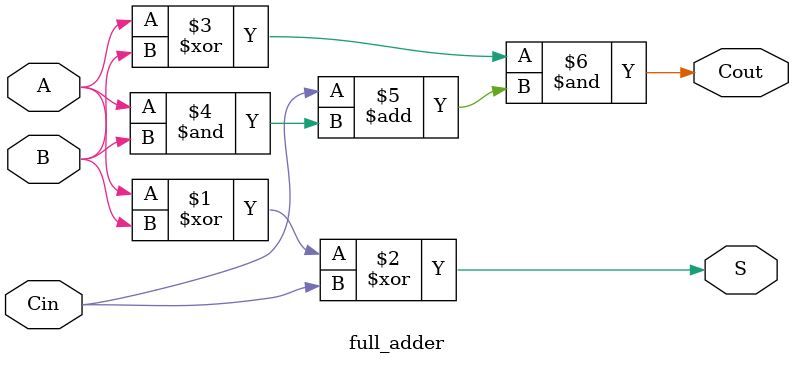
<source format=v>
`timescale 1ns / 1ps

module full_adder(A, B, Cin, S, Cout
    );
	 
	 input A, B, Cin;
	 output S, Cout;
	 
	 assign S = (A ^ B) ^ Cin;
	 assign Cout = (A ^ B) & Cin + (A & B);


endmodule
</source>
